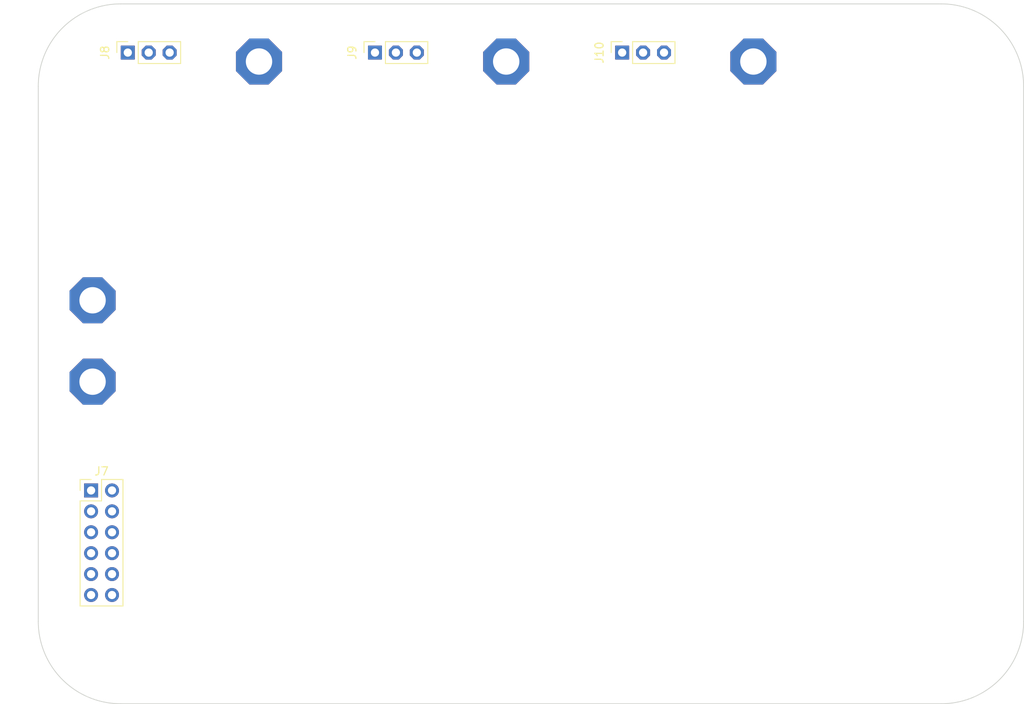
<source format=kicad_pcb>
(kicad_pcb (version 20221018) (generator pcbnew)
  (layers (0 "F.Cu" signal) (31 "B.Cu" signal) (34 "B.Paste" user) (35 "F.Paste" user) (36 "B.SilkS" user "B.Silkscreen") (37 "F.SilkS" user "F.Silkscreen") (38 "B.Mask" user) (39 "F.Mask" user) (44 "Edge.Cuts" user))
  (net 0 "")
  (footprint "Connector_PinHeader_2.54mm:PinHeader_2x06_P2.54mm_Vertical" (layer "F.Cu") (at 107.485 122.945)
    (fp_text reference "J7" (at 1.27 -2.33) (layer "F.SilkS"))
    (fp_text value "Conn_01x12")
    (fp_line (start -1.33 -1.33) (end 0 -1.33) (stroke (width 0.12)) (layer "F.SilkS"))
    (fp_line (start -1.33 0) (end -1.33 -1.33) (stroke (width 0.12)) (layer "F.SilkS"))
    (fp_line (start -1.33 1.27) (end -1.33 14.03) (stroke (width 0.12)) (layer "F.SilkS"))
    (fp_line (start -1.33 1.27) (end 1.27 1.27) (stroke (width 0.12)) (layer "F.SilkS"))
    (fp_line (start -1.33 14.03) (end 3.87 14.03) (stroke (width 0.12)) (layer "F.SilkS"))
    (fp_line (start 1.27 -1.33) (end 3.87 -1.33) (stroke (width 0.12)) (layer "F.SilkS"))
    (fp_line (start 1.27 1.27) (end 1.27 -1.33) (stroke (width 0.12)) (layer "F.SilkS"))
    (fp_line (start 3.87 -1.33) (end 3.87 14.03) (stroke (width 0.12)) (layer "F.SilkS"))
    (pad "1" thru_hole rect (at 0 0) (size 1.7 1.7) (drill 1) (layers "*.Cu" "*.Mask"))
    (pad "2" thru_hole oval (at 2.54 0) (size 1.7 1.7) (drill 1) (layers "*.Cu" "*.Mask"))
    (pad "3" thru_hole oval (at 0 2.54) (size 1.7 1.7) (drill 1) (layers "*.Cu" "*.Mask"))
    (pad "4" thru_hole oval (at 2.54 2.54) (size 1.7 1.7) (drill 1) (layers "*.Cu" "*.Mask"))
    (pad "5" thru_hole oval (at 0 5.08) (size 1.7 1.7) (drill 1) (layers "*.Cu" "*.Mask"))
    (pad "6" thru_hole oval (at 2.54 5.08) (size 1.7 1.7) (drill 1) (layers "*.Cu" "*.Mask"))
    (pad "7" thru_hole oval (at 0 7.62) (size 1.7 1.7) (drill 1) (layers "*.Cu" "*.Mask"))
    (pad "8" thru_hole oval (at 2.54 7.62) (size 1.7 1.7) (drill 1) (layers "*.Cu" "*.Mask"))
    (pad "9" thru_hole oval (at 0 10.16) (size 1.7 1.7) (drill 1) (layers "*.Cu" "*.Mask"))
    (pad "10" thru_hole oval (at 2.54 10.16) (size 1.7 1.7) (drill 1) (layers "*.Cu" "*.Mask"))
    (pad "11" thru_hole oval (at 0 12.7) (size 1.7 1.7) (drill 1) (layers "*.Cu" "*.Mask"))
    (pad "12" thru_hole oval (at 2.54 12.7) (size 1.7 1.7) (drill 1) (layers "*.Cu" "*.Mask"))
  )
  (footprint "Connector_PinSocket_2.54mm:PinSocket_1x03_P2.54mm_Vertical" (layer "F.Cu") (at 171.941 69.765 90)
    (fp_text reference "J10" (at 0 -2.77 90) (layer "F.SilkS"))
    (fp_text value "PHASE_C_ISENSE")
    (fp_line (start -1.33 1.27) (end -1.33 6.41) (stroke (width 0.12)) (layer "F.SilkS"))
    (fp_line (start -1.33 1.27) (end 1.33 1.27) (stroke (width 0.12)) (layer "F.SilkS"))
    (fp_line (start -1.33 6.41) (end 1.33 6.41) (stroke (width 0.12)) (layer "F.SilkS"))
    (fp_line (start 0 -1.33) (end 1.33 -1.33) (stroke (width 0.12)) (layer "F.SilkS"))
    (fp_line (start 1.33 -1.33) (end 1.33 0) (stroke (width 0.12)) (layer "F.SilkS"))
    (fp_line (start 1.33 1.27) (end 1.33 6.41) (stroke (width 0.12)) (layer "F.SilkS"))
    (pad "1" thru_hole custom (at 0 0 90) (size 1.7 1.7) (drill 1) (layers "*.Cu" "*.Mask") (options (clearance convexhull) (anchor circle)) (primitives (gr_poly (pts (xy 0.8 0.8) (xy -0.8 0.8) (xy -0.8 -0.8) (xy 0.8 -0.8)) (width 0.1) (fill yes))))
    (pad "2" thru_hole custom (at 0 2.54 90) (size 1.7 1.7) (drill 1) (layers "*.Cu" "*.Mask") (options (clearance convexhull) (anchor circle)) (primitives (gr_poly (pts (xy 0.8 0.331371) (xy 0.331371 0.8) (xy -0.331371 0.8) (xy -0.8 0.331371) (xy -0.8 -0.331371) (xy -0.331371 -0.8) (xy 0.331371 -0.8) (xy 0.8 -0.331371)) (width 0.1) (fill yes))))
    (pad "3" thru_hole custom (at 0 5.08 90) (size 1.7 1.7) (drill 1) (layers "*.Cu" "*.Mask") (options (clearance convexhull) (anchor circle)) (primitives (gr_poly (pts (xy 0.8 0.331371) (xy 0.331371 0.8) (xy -0.331371 0.8) (xy -0.8 0.331371) (xy -0.8 -0.331371) (xy -0.331371 -0.8) (xy 0.331371 -0.8) (xy 0.8 -0.331371)) (width 0.1) (fill yes))))
  )
  (footprint "" (layer "F.Cu") (at 187.866 70.85)
    (fp_text reference "" (at 0 0) (layer "F.SilkS") (effects (font (size 1.27 1.27))))
    (fp_text value "" (at 0 0) (layer "F.SilkS") (effects (font (size 1.27 1.27))))
    (pad "1" thru_hole custom (at 0 0) (size 5.6 5.6) (drill 3.2) (layers "*.Cu" "*.Mask") (options (clearance convexhull) (anchor circle)) (primitives (gr_poly (pts (xy 2.75 1.139088) (xy 1.139088 2.75) (xy -1.139088 2.75) (xy -2.75 1.139088) (xy -2.75 -1.139088) (xy -1.139088 -2.75) (xy 1.139088 -2.75) (xy 2.75 -1.139088)) (width 0.1) (fill yes))))
  )
  (footprint "MountingHole:MountingHole_3.2mm_M3" (layer "F.Cu") (at 105.912 78.2624)
    (fp_text reference "" (at 0 -4.2) (layer "F.SilkS"))
    (fp_text value "MountingHole_3.2mm_M3")
    (pad "" np_thru_hole circle (at 0 0) (size 3.2 3.2) (drill 3.2) (layers "*.Cu" "*.Mask"))
  )
  (footprint "MountingHole:MountingHole_3.2mm_M3" (layer "F.Cu") (at 197.86 142.245)
    (fp_text reference "" (at 0 -4.2) (layer "F.SilkS"))
    (fp_text value "MountingHole_3.2mm_M3")
    (pad "" np_thru_hole circle (at 0 0) (size 3.2 3.2) (drill 3.2) (layers "*.Cu" "*.Mask"))
  )
  (footprint "MountingHole:MountingHole_3.2mm_M3" (layer "F.Cu") (at 197.86 78.2624)
    (fp_text reference "" (at 0 -4.2) (layer "F.SilkS"))
    (fp_text value "MountingHole_3.2mm_M3")
    (pad "" np_thru_hole circle (at 0 0) (size 3.2 3.2) (drill 3.2) (layers "*.Cu" "*.Mask"))
  )
  (footprint "" (layer "F.Cu") (at 127.866 70.85)
    (fp_text reference "" (at 0 0) (layer "F.SilkS") (effects (font (size 1.27 1.27))))
    (fp_text value "" (at 0 0) (layer "F.SilkS") (effects (font (size 1.27 1.27))))
    (pad "1" thru_hole custom (at 0 0) (size 5.6 5.6) (drill 3.2) (layers "*.Cu" "*.Mask") (options (clearance convexhull) (anchor circle)) (primitives (gr_poly (pts (xy 2.75 1.139088) (xy 1.139088 2.75) (xy -1.139088 2.75) (xy -2.75 1.139088) (xy -2.75 -1.139088) (xy -1.139088 -2.75) (xy 1.139088 -2.75) (xy 2.75 -1.139088)) (width 0.1) (fill yes))))
  )
  (footprint "" (layer "F.Cu") (at 157.866 70.85)
    (fp_text reference "" (at 0 0) (layer "F.SilkS") (effects (font (size 1.27 1.27))))
    (fp_text value "" (at 0 0) (layer "F.SilkS") (effects (font (size 1.27 1.27))))
    (pad "1" thru_hole custom (at 0 0) (size 5.6 5.6) (drill 3.2) (layers "*.Cu" "*.Mask") (options (clearance convexhull) (anchor circle)) (primitives (gr_poly (pts (xy 2.75 1.139088) (xy 1.139088 2.75) (xy -1.139088 2.75) (xy -2.75 1.139088) (xy -2.75 -1.139088) (xy -1.139088 -2.75) (xy 1.139088 -2.75) (xy 2.75 -1.139088)) (width 0.1) (fill yes))))
  )
  (footprint "MountingHole:MountingHole_3.2mm_M3" (layer "F.Cu") (at 105.912 142.245)
    (fp_text reference "" (at 0 -4.2) (layer "F.SilkS"))
    (fp_text value "MountingHole_3.2mm_M3")
    (pad "" np_thru_hole circle (at 0 0) (size 3.2 3.2) (drill 3.2) (layers "*.Cu" "*.Mask"))
  )
  (footprint "" (layer "F.Cu") (at 197.86 142.245)
    (fp_text reference "" (at 0 0) (layer "F.SilkS") (effects (font (size 1.27 1.27))))
    (fp_text value "" (at 0 0) (layer "F.SilkS") (effects (font (size 1.27 1.27))))
    (pad "" np_thru_hole circle (at 0 0) (size 3.2 3.2) (drill 3.2) (layers "*.Cu" "*.Mask"))
  )
  (footprint "Connector_PinSocket_2.54mm:PinSocket_1x03_P2.54mm_Vertical" (layer "F.Cu") (at 111.941 69.765 90)
    (fp_text reference "J8" (at 0 -2.77 90) (layer "F.SilkS"))
    (fp_text value "PHASE_A_ISENSE")
    (fp_line (start -1.33 1.27) (end -1.33 6.41) (stroke (width 0.12)) (layer "F.SilkS"))
    (fp_line (start -1.33 1.27) (end 1.33 1.27) (stroke (width 0.12)) (layer "F.SilkS"))
    (fp_line (start -1.33 6.41) (end 1.33 6.41) (stroke (width 0.12)) (layer "F.SilkS"))
    (fp_line (start 0 -1.33) (end 1.33 -1.33) (stroke (width 0.12)) (layer "F.SilkS"))
    (fp_line (start 1.33 -1.33) (end 1.33 0) (stroke (width 0.12)) (layer "F.SilkS"))
    (fp_line (start 1.33 1.27) (end 1.33 6.41) (stroke (width 0.12)) (layer "F.SilkS"))
    (pad "1" thru_hole custom (at 0 0 90) (size 1.7 1.7) (drill 1) (layers "*.Cu" "*.Mask") (options (clearance convexhull) (anchor circle)) (primitives (gr_poly (pts (xy 0.8 0.8) (xy -0.8 0.8) (xy -0.8 -0.8) (xy 0.8 -0.8)) (width 0.1) (fill yes))))
    (pad "2" thru_hole custom (at 0 2.54 90) (size 1.7 1.7) (drill 1) (layers "*.Cu" "*.Mask") (options (clearance convexhull) (anchor circle)) (primitives (gr_poly (pts (xy 0.8 0.331371) (xy 0.331371 0.8) (xy -0.331371 0.8) (xy -0.8 0.331371) (xy -0.8 -0.331371) (xy -0.331371 -0.8) (xy 0.331371 -0.8) (xy 0.8 -0.331371)) (width 0.1) (fill yes))))
    (pad "3" thru_hole custom (at 0 5.08 90) (size 1.7 1.7) (drill 1) (layers "*.Cu" "*.Mask") (options (clearance convexhull) (anchor circle)) (primitives (gr_poly (pts (xy 0.8 0.331371) (xy 0.331371 0.8) (xy -0.331371 0.8) (xy -0.8 0.331371) (xy -0.8 -0.331371) (xy -0.331371 -0.8) (xy 0.331371 -0.8) (xy 0.8 -0.331371)) (width 0.1) (fill yes))))
  )
  (footprint "Connector_PinSocket_2.54mm:PinSocket_1x03_P2.54mm_Vertical" (layer "F.Cu") (at 141.941 69.765 90)
    (fp_text reference "J9" (at 0 -2.77 90) (layer "F.SilkS"))
    (fp_text value "PHASE_B_ISENSE")
    (fp_line (start -1.33 1.27) (end -1.33 6.41) (stroke (width 0.12)) (layer "F.SilkS"))
    (fp_line (start -1.33 1.27) (end 1.33 1.27) (stroke (width 0.12)) (layer "F.SilkS"))
    (fp_line (start -1.33 6.41) (end 1.33 6.41) (stroke (width 0.12)) (layer "F.SilkS"))
    (fp_line (start 0 -1.33) (end 1.33 -1.33) (stroke (width 0.12)) (layer "F.SilkS"))
    (fp_line (start 1.33 -1.33) (end 1.33 0) (stroke (width 0.12)) (layer "F.SilkS"))
    (fp_line (start 1.33 1.27) (end 1.33 6.41) (stroke (width 0.12)) (layer "F.SilkS"))
    (pad "1" thru_hole custom (at 0 0 90) (size 1.7 1.7) (drill 1) (layers "*.Cu" "*.Mask") (options (clearance convexhull) (anchor circle)) (primitives (gr_poly (pts (xy 0.8 0.8) (xy -0.8 0.8) (xy -0.8 -0.8) (xy 0.8 -0.8)) (width 0.1) (fill yes))))
    (pad "2" thru_hole custom (at 0 2.54 90) (size 1.7 1.7) (drill 1) (layers "*.Cu" "*.Mask") (options (clearance convexhull) (anchor circle)) (primitives (gr_poly (pts (xy 0.8 0.331371) (xy 0.331371 0.8) (xy -0.331371 0.8) (xy -0.8 0.331371) (xy -0.8 -0.331371) (xy -0.331371 -0.8) (xy 0.331371 -0.8) (xy 0.8 -0.331371)) (width 0.1) (fill yes))))
    (pad "3" thru_hole custom (at 0 5.08 90) (size 1.7 1.7) (drill 1) (layers "*.Cu" "*.Mask") (options (clearance convexhull) (anchor circle)) (primitives (gr_poly (pts (xy 0.8 0.331371) (xy 0.331371 0.8) (xy -0.331371 0.8) (xy -0.8 0.331371) (xy -0.8 -0.331371) (xy -0.331371 -0.8) (xy 0.331371 -0.8) (xy 0.8 -0.331371)) (width 0.1) (fill yes))))
  )
  (footprint "" (layer "F.Cu") (at 107.666 109.735)
    (fp_text reference "" (at 0 0) (layer "F.SilkS") (effects (font (size 1.27 1.27))))
    (fp_text value "" (at 0 0) (layer "F.SilkS") (effects (font (size 1.27 1.27))))
    (pad "1" thru_hole custom (at 0 0) (size 5.6 5.6) (drill 3.2) (layers "*.Cu" "*.Mask") (options (clearance convexhull) (anchor circle)) (primitives (gr_poly (pts (xy 2.75 1.139088) (xy 1.139088 2.75) (xy -1.139088 2.75) (xy -2.75 1.139088) (xy -2.75 -1.139088) (xy -1.139088 -2.75) (xy 1.139088 -2.75) (xy 2.75 -1.139088)) (width 0.1) (fill yes))))
  )
  (footprint "" (layer "F.Cu") (at 107.666 99.85)
    (fp_text reference "" (at 0 0) (layer "F.SilkS") (effects (font (size 1.27 1.27))))
    (fp_text value "" (at 0 0) (layer "F.SilkS") (effects (font (size 1.27 1.27))))
    (pad "1" thru_hole custom (at 0 0) (size 5.6 5.6) (drill 3.2) (layers "*.Cu" "*.Mask") (options (clearance convexhull) (anchor circle)) (primitives (gr_poly (pts (xy 2.75 1.139088) (xy 1.139088 2.75) (xy -1.139088 2.75) (xy -2.75 1.139088) (xy -2.75 -1.139088) (xy -1.139088 -2.75) (xy 1.139088 -2.75) (xy 2.75 -1.139088)) (width 0.1) (fill yes))))
  )
  (gr_arc (start 220.666 138.85) (mid 217.737068 145.921068) (end 210.666 148.85) (stroke (width 0.1)) (layer "Edge.Cuts"))
  (gr_line (start 210.666 148.85) (end 111.075 148.85) (stroke (width 0.1)) (layer "Edge.Cuts"))
  (gr_arc (start 111.075 148.85) (mid 104.003932 145.921068) (end 101.075 138.85) (stroke (width 0.1)) (layer "Edge.Cuts"))
  (gr_line (start 101.075 138.85) (end 101.075 73.85) (stroke (width 0.1)) (layer "Edge.Cuts"))
  (gr_line (start 220.666 73.85) (end 220.666 138.85) (stroke (width 0.1)) (layer "Edge.Cuts"))
  (gr_arc (start 101.075 73.85) (mid 104.003932 66.778932) (end 111.075 63.85) (stroke (width 0.1)) (layer "Edge.Cuts"))
  (gr_line (start 111.075 63.85) (end 210.666 63.85) (stroke (width 0.1)) (layer "Edge.Cuts"))
  (gr_arc (start 210.666 63.85) (mid 217.737068 66.778932) (end 220.666 73.85) (stroke (width 0.1)) (layer "Edge.Cuts"))
)
</source>
